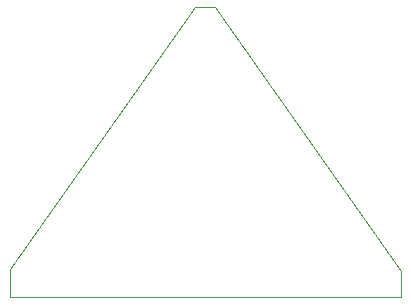
<source format=gbr>
%TF.GenerationSoftware,KiCad,Pcbnew,(5.1.6)-1*%
%TF.CreationDate,2020-12-08T12:03:20+08:00*%
%TF.ProjectId,LED_A1.0,4c45445f-4131-42e3-902e-6b696361645f,rev?*%
%TF.SameCoordinates,Original*%
%TF.FileFunction,Profile,NP*%
%FSLAX46Y46*%
G04 Gerber Fmt 4.6, Leading zero omitted, Abs format (unit mm)*
G04 Created by KiCad (PCBNEW (5.1.6)-1) date 2020-12-08 12:03:20*
%MOMM*%
%LPD*%
G01*
G04 APERTURE LIST*
%TA.AperFunction,Profile*%
%ADD10C,0.050000*%
%TD*%
G04 APERTURE END LIST*
D10*
X36118800Y-14401800D02*
X37795200Y-14401800D01*
X53594000Y-38989000D02*
X53594000Y-36728400D01*
X20472400Y-36576000D02*
X20472400Y-38989000D01*
X20472400Y-38989000D02*
X53594000Y-38989000D01*
X53594000Y-36728400D02*
X37795200Y-14401800D01*
X20472400Y-36576000D02*
X36118800Y-14401800D01*
M02*

</source>
